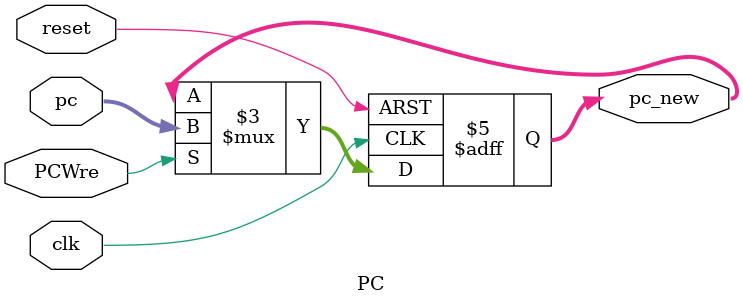
<source format=v>
`timescale 1ns / 1ps

module PC(
  input clk,                              
  input reset,                                   
  input PCWre,                                 
  input [31:0] pc,                            
  output reg [31:0] pc_new                       
  );    


  always @(posedge clk or negedge reset) begin
    if (!reset) 
      pc_new <= 0;                     
    else if (PCWre) 
      pc_new <= pc;            
  end
endmodule

</source>
